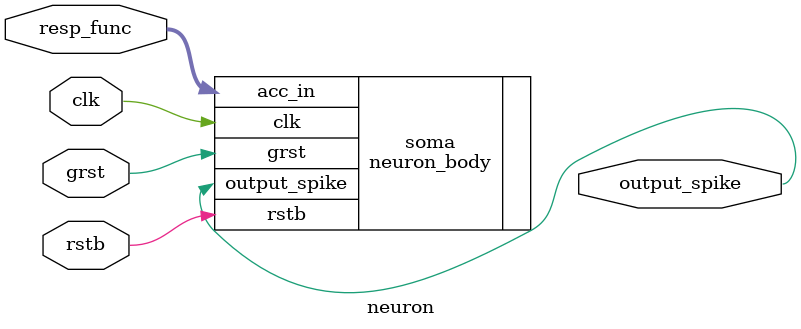
<source format=sv>
/*
 * Author: Harideep Nair
 *
 * Implements an SRM0 neuron with ramp-no-leak (RNL) response function.
 * Uses temporal encoding - each input is provided as a single spike with its value encoded in the corresponding spiketime.
 * Each input synapse has a separate configurable weight and accepts at most one spike per input, in one computational cycle/wave.
 * Weights are encoded as positive binary values (0 to wmax).
 * Input spikes are encoded as pulses having a width of [wmax+1] unit clock cycles.
 * STDP learning mechanism is not implemented as part of neuron here; it's implemented separately in the TNN column.
 *
 * Parameters     : INP           - number of synapses per neuron (equal to number of inputs and number of weights)
 *                  WRES          - bit resolution for weights (wmax = 2^WRES-1)
 *                  THRESHOLD     - spiking threshold for neuron
 *
 * Inputs         : input_spikes  - input spikes to the neuron encoded as [wmax+1]-cycle wide pulses
 *                  w_init        - input weight values
 *                  inc           - increment signals from STDP to increase corresponding synaptic weights
 *                  dec           - decrement signals from STDP to decrease corresponding synaptic weights
 *                  clk           - unit clock for temporal encoding
 *                  grst          - 1-cycle wide gamma clock pulse
 *                  rstb          - synchronous active low system reset
 * Outputs        : output_spike  - output spike of neuron encoded as [wmax+1]-cycle wide pulse
 *                  weights       - synaptic weights of the neuron
 */

module neuron #(parameter INP='d4,
                parameter WRES='d3,
                parameter THRESHOLD='d13
               )
   (
    input logic clk,
    input logic grst,
    input logic rstb,
    output logic output_spike,
    input logic [INP-1:0] resp_func
   );

    // logic [INP-1:0] resp_func; // RNL readout

   

    // Synaptic weight + readout logic FSM
    
    neuron_body #(INP, WRES, THRESHOLD) soma (.acc_in(resp_func),
                                              .clk(clk),
                                              .grst(grst),
                                              .rstb(rstb),
                                              .output_spike(output_spike)
                                             );

endmodule

</source>
